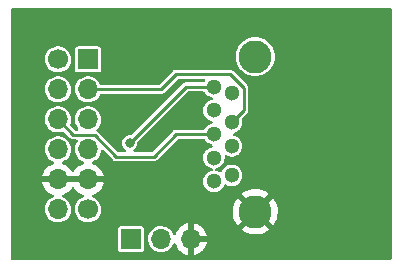
<source format=gbl>
%TF.GenerationSoftware,KiCad,Pcbnew,6.0.11-2627ca5db0~126~ubuntu22.04.1*%
%TF.CreationDate,2023-02-26T23:21:46+01:00*%
%TF.ProjectId,pmod,706d6f64-2e6b-4696-9361-645f70636258,0.7*%
%TF.SameCoordinates,Original*%
%TF.FileFunction,Copper,L2,Bot*%
%TF.FilePolarity,Positive*%
%FSLAX46Y46*%
G04 Gerber Fmt 4.6, Leading zero omitted, Abs format (unit mm)*
G04 Created by KiCad (PCBNEW 6.0.11-2627ca5db0~126~ubuntu22.04.1) date 2023-02-26 23:21:46*
%MOMM*%
%LPD*%
G01*
G04 APERTURE LIST*
%TA.AperFunction,ComponentPad*%
%ADD10R,1.700000X1.700000*%
%TD*%
%TA.AperFunction,ComponentPad*%
%ADD11O,1.700000X1.700000*%
%TD*%
%TA.AperFunction,ComponentPad*%
%ADD12C,1.700000*%
%TD*%
%TA.AperFunction,ComponentPad*%
%ADD13C,1.300000*%
%TD*%
%TA.AperFunction,ComponentPad*%
%ADD14C,2.800000*%
%TD*%
%TA.AperFunction,ViaPad*%
%ADD15C,0.800000*%
%TD*%
%TA.AperFunction,Conductor*%
%ADD16C,0.250000*%
%TD*%
G04 APERTURE END LIST*
D10*
%TO.P,J1,1,Pin_1*%
%TO.N,/D0*%
X143212400Y-68795480D03*
D11*
%TO.P,J1,2,Pin_2*%
%TO.N,/D1*%
X143212400Y-71335480D03*
%TO.P,J1,3,Pin_3*%
%TO.N,/D2*%
X143212400Y-73875480D03*
%TO.P,J1,4,Pin_4*%
%TO.N,/D3*%
X143212400Y-76415480D03*
%TO.P,J1,5,Pin_5*%
%TO.N,GND*%
X143212400Y-78955480D03*
D12*
%TO.P,J1,6,Pin_6*%
%TO.N,/3V3*%
X143212400Y-81495480D03*
%TO.P,J1,7,Pin_7*%
%TO.N,/D4*%
X140672400Y-68795480D03*
D11*
%TO.P,J1,8,Pin_8*%
%TO.N,/D5*%
X140672400Y-71335480D03*
%TO.P,J1,9,Pin_9*%
%TO.N,/D6*%
X140672400Y-73875480D03*
%TO.P,J1,10,Pin_10*%
%TO.N,/D7*%
X140672400Y-76415480D03*
%TO.P,J1,11,Pin_11*%
%TO.N,GND*%
X140672400Y-78955480D03*
%TO.P,J1,12,Pin_12*%
%TO.N,/3V3*%
X140672400Y-81495480D03*
%TD*%
D13*
%TO.P,J2,1,VBUS*%
%TO.N,/VBUS*%
X155383000Y-78615000D03*
%TO.P,J2,2,D-*%
%TO.N,/D5*%
X155383000Y-76115000D03*
%TO.P,J2,3,D+*%
%TO.N,/D1*%
X155383000Y-74115000D03*
%TO.P,J2,4,GND*%
%TO.N,GND*%
X155383000Y-71615000D03*
%TO.P,J2,5,SSRX-*%
%TO.N,/D3*%
X153883000Y-71115000D03*
%TO.P,J2,6,SSRX+*%
%TO.N,/D0*%
X153883000Y-73115000D03*
%TO.P,J2,7,DRAIN*%
%TO.N,/D6*%
X153883000Y-75115000D03*
%TO.P,J2,8,SSTX-*%
%TO.N,/D2*%
X153883000Y-77115000D03*
%TO.P,J2,9,SSTX+*%
%TO.N,/D7*%
X153883000Y-79115000D03*
D14*
%TO.P,J2,10,SHIELD*%
%TO.N,GND*%
X157383000Y-81685000D03*
%TO.P,J2,11*%
%TO.N,N/C*%
X157383000Y-68545000D03*
%TD*%
D10*
%TO.P,JP1,1,Pin_1*%
%TO.N,/3V3*%
X146870000Y-84005000D03*
D11*
%TO.P,JP1,2,Pin_2*%
%TO.N,/VBUS*%
X149410000Y-84005000D03*
%TO.P,JP1,3,Pin_3*%
%TO.N,GND*%
X151950000Y-84005000D03*
%TD*%
D15*
%TO.N,/D3*%
X146743000Y-75877000D03*
%TO.N,GND*%
X150807000Y-73845000D03*
%TD*%
D16*
%TO.N,/D1*%
X156408000Y-73090000D02*
X155383000Y-74115000D01*
X149379520Y-71335480D02*
X150680000Y-70035000D01*
X143212400Y-71335480D02*
X149379520Y-71335480D01*
X150680000Y-70035000D02*
X155252569Y-70035000D01*
X156408000Y-71190431D02*
X156408000Y-73090000D01*
X155252569Y-70035000D02*
X156408000Y-71190431D01*
%TO.N,/D3*%
X151505000Y-71115000D02*
X153883000Y-71115000D01*
X146679500Y-75940500D02*
X151505000Y-71115000D01*
%TO.N,/D6*%
X143770480Y-75190480D02*
X145600000Y-77020000D01*
X141987400Y-75190480D02*
X143770480Y-75190480D01*
X140672400Y-73875480D02*
X141987400Y-75190480D01*
X148775000Y-77020000D02*
X150680000Y-75115000D01*
X145600000Y-77020000D02*
X148775000Y-77020000D01*
X150680000Y-75115000D02*
X153883000Y-75115000D01*
%TD*%
%TA.AperFunction,Conductor*%
%TO.N,GND*%
G36*
X168881577Y-64463502D02*
G01*
X168928070Y-64517158D01*
X168939455Y-64569525D01*
X168936965Y-75261048D01*
X168934543Y-85660529D01*
X168914525Y-85728645D01*
X168860859Y-85775126D01*
X168808543Y-85786500D01*
X136832500Y-85786500D01*
X136764379Y-85766498D01*
X136717886Y-85712842D01*
X136706500Y-85660500D01*
X136706500Y-84879674D01*
X145769500Y-84879674D01*
X145784034Y-84952740D01*
X145839399Y-85035601D01*
X145922260Y-85090966D01*
X145995326Y-85105500D01*
X147744674Y-85105500D01*
X147817740Y-85090966D01*
X147900601Y-85035601D01*
X147955966Y-84952740D01*
X147970500Y-84879674D01*
X147970500Y-83976069D01*
X148305164Y-83976069D01*
X148318392Y-84177894D01*
X148368178Y-84373928D01*
X148452856Y-84557607D01*
X148456189Y-84562323D01*
X148555032Y-84702183D01*
X148569588Y-84722780D01*
X148714466Y-84863913D01*
X148719270Y-84867123D01*
X148786651Y-84912146D01*
X148882637Y-84976282D01*
X148887940Y-84978560D01*
X148887943Y-84978562D01*
X149051409Y-85048792D01*
X149068470Y-85056122D01*
X149265740Y-85100760D01*
X149271509Y-85100987D01*
X149271512Y-85100987D01*
X149347683Y-85103979D01*
X149467842Y-85108700D01*
X149554132Y-85096189D01*
X149662286Y-85080508D01*
X149662291Y-85080507D01*
X149668007Y-85079678D01*
X149673479Y-85077820D01*
X149673481Y-85077820D01*
X149854067Y-85016519D01*
X149854069Y-85016518D01*
X149859531Y-85014664D01*
X150036001Y-84915837D01*
X150098433Y-84863913D01*
X150187073Y-84790191D01*
X150191505Y-84786505D01*
X150320837Y-84631001D01*
X150419664Y-84454531D01*
X150423419Y-84443468D01*
X150464254Y-84385392D01*
X150530006Y-84358611D01*
X150599799Y-84371630D01*
X150651473Y-84420315D01*
X150659476Y-84436563D01*
X150731770Y-84614603D01*
X150736413Y-84623794D01*
X150847694Y-84805388D01*
X150853777Y-84813699D01*
X150993213Y-84974667D01*
X151000580Y-84981883D01*
X151164434Y-85117916D01*
X151172881Y-85123831D01*
X151356756Y-85231279D01*
X151366042Y-85235729D01*
X151565001Y-85311703D01*
X151574899Y-85314579D01*
X151678250Y-85335606D01*
X151692299Y-85334410D01*
X151696000Y-85324065D01*
X151696000Y-85323517D01*
X152204000Y-85323517D01*
X152208064Y-85337359D01*
X152221478Y-85339393D01*
X152228184Y-85338534D01*
X152238262Y-85336392D01*
X152442255Y-85275191D01*
X152451842Y-85271433D01*
X152643095Y-85177739D01*
X152651945Y-85172464D01*
X152825328Y-85048792D01*
X152833200Y-85042139D01*
X152984052Y-84891812D01*
X152990730Y-84883965D01*
X153115003Y-84711020D01*
X153120313Y-84702183D01*
X153214670Y-84511267D01*
X153218469Y-84501672D01*
X153280377Y-84297910D01*
X153282555Y-84287837D01*
X153283986Y-84276962D01*
X153281775Y-84262778D01*
X153268617Y-84259000D01*
X152222115Y-84259000D01*
X152206876Y-84263475D01*
X152205671Y-84264865D01*
X152204000Y-84272548D01*
X152204000Y-85323517D01*
X151696000Y-85323517D01*
X151696000Y-83732885D01*
X152204000Y-83732885D01*
X152208475Y-83748124D01*
X152209865Y-83749329D01*
X152217548Y-83751000D01*
X153268344Y-83751000D01*
X153281875Y-83747027D01*
X153283180Y-83737947D01*
X153241214Y-83570875D01*
X153237894Y-83561124D01*
X153152972Y-83365814D01*
X153148105Y-83356739D01*
X153048522Y-83202806D01*
X156230361Y-83202806D01*
X156237751Y-83213108D01*
X156279630Y-83247203D01*
X156286909Y-83252318D01*
X156510756Y-83387085D01*
X156518670Y-83391118D01*
X156759286Y-83493006D01*
X156767691Y-83495883D01*
X157020257Y-83562850D01*
X157028989Y-83564516D01*
X157288474Y-83595227D01*
X157297340Y-83595645D01*
X157558561Y-83589490D01*
X157567414Y-83588653D01*
X157825162Y-83545752D01*
X157833796Y-83543679D01*
X158082930Y-83464888D01*
X158091192Y-83461617D01*
X158326731Y-83348513D01*
X158334455Y-83344107D01*
X158528268Y-83214606D01*
X158536556Y-83204688D01*
X158529299Y-83190509D01*
X157395812Y-82057022D01*
X157381868Y-82049408D01*
X157380035Y-82049539D01*
X157373420Y-82053790D01*
X156237527Y-83189683D01*
X156230361Y-83202806D01*
X153048522Y-83202806D01*
X153032426Y-83177926D01*
X153026136Y-83169757D01*
X152882806Y-83012240D01*
X152875273Y-83005215D01*
X152708139Y-82873222D01*
X152699552Y-82867517D01*
X152513117Y-82764599D01*
X152503705Y-82760369D01*
X152302959Y-82689280D01*
X152292988Y-82686646D01*
X152221837Y-82673972D01*
X152208540Y-82675432D01*
X152204000Y-82689989D01*
X152204000Y-83732885D01*
X151696000Y-83732885D01*
X151696000Y-82688102D01*
X151692082Y-82674758D01*
X151677806Y-82672771D01*
X151639324Y-82678660D01*
X151629288Y-82681051D01*
X151426868Y-82747212D01*
X151417359Y-82751209D01*
X151228463Y-82849542D01*
X151219738Y-82855036D01*
X151049433Y-82982905D01*
X151041726Y-82989748D01*
X150894590Y-83143717D01*
X150888104Y-83151727D01*
X150768098Y-83327649D01*
X150763000Y-83336623D01*
X150673338Y-83529783D01*
X150669776Y-83539465D01*
X150663684Y-83561432D01*
X150626204Y-83621730D01*
X150562074Y-83652191D01*
X150491656Y-83643147D01*
X150437307Y-83597467D01*
X150429261Y-83583486D01*
X150428555Y-83582053D01*
X150352351Y-83427527D01*
X150334079Y-83403057D01*
X150234788Y-83270091D01*
X150234787Y-83270090D01*
X150231335Y-83265467D01*
X150227099Y-83261551D01*
X150087053Y-83132094D01*
X150087051Y-83132092D01*
X150082812Y-83128174D01*
X150055374Y-83110862D01*
X149916637Y-83023325D01*
X149911757Y-83020246D01*
X149723898Y-82945298D01*
X149525526Y-82905839D01*
X149519752Y-82905763D01*
X149519748Y-82905763D01*
X149417257Y-82904422D01*
X149323286Y-82903192D01*
X149317589Y-82904171D01*
X149317588Y-82904171D01*
X149129646Y-82936465D01*
X149129645Y-82936465D01*
X149123949Y-82937444D01*
X148934193Y-83007449D01*
X148760371Y-83110862D01*
X148608305Y-83244220D01*
X148483089Y-83403057D01*
X148388914Y-83582053D01*
X148328937Y-83775213D01*
X148305164Y-83976069D01*
X147970500Y-83976069D01*
X147970500Y-83130326D01*
X147955966Y-83057260D01*
X147900601Y-82974399D01*
X147817740Y-82919034D01*
X147744674Y-82904500D01*
X145995326Y-82904500D01*
X145922260Y-82919034D01*
X145839399Y-82974399D01*
X145784034Y-83057260D01*
X145769500Y-83130326D01*
X145769500Y-84879674D01*
X136706500Y-84879674D01*
X136706500Y-79223446D01*
X139340657Y-79223446D01*
X139370965Y-79357926D01*
X139374045Y-79367755D01*
X139454170Y-79565083D01*
X139458813Y-79574274D01*
X139570094Y-79755868D01*
X139576177Y-79764179D01*
X139715613Y-79925147D01*
X139722980Y-79932363D01*
X139886834Y-80068396D01*
X139895281Y-80074311D01*
X140079156Y-80181759D01*
X140088442Y-80186209D01*
X140243202Y-80245305D01*
X140299705Y-80288292D01*
X140323998Y-80355003D01*
X140308368Y-80424258D01*
X140257777Y-80474068D01*
X140241865Y-80481227D01*
X140202006Y-80495932D01*
X140196593Y-80497929D01*
X140022771Y-80601342D01*
X139870705Y-80734700D01*
X139745489Y-80893537D01*
X139651314Y-81072533D01*
X139591337Y-81265693D01*
X139567564Y-81466549D01*
X139580792Y-81668374D01*
X139630578Y-81864408D01*
X139715256Y-82048087D01*
X139721571Y-82057022D01*
X139791756Y-82156332D01*
X139831988Y-82213260D01*
X139976866Y-82354393D01*
X140145037Y-82466762D01*
X140150340Y-82469040D01*
X140150343Y-82469042D01*
X140238691Y-82506999D01*
X140330870Y-82546602D01*
X140528140Y-82591240D01*
X140533909Y-82591467D01*
X140533912Y-82591467D01*
X140610083Y-82594459D01*
X140730242Y-82599180D01*
X140835794Y-82583876D01*
X140924686Y-82570988D01*
X140924691Y-82570987D01*
X140930407Y-82570158D01*
X140935879Y-82568300D01*
X140935881Y-82568300D01*
X141116467Y-82506999D01*
X141116469Y-82506998D01*
X141121931Y-82505144D01*
X141244417Y-82436549D01*
X141293364Y-82409138D01*
X141293365Y-82409137D01*
X141298401Y-82406317D01*
X141360833Y-82354393D01*
X141449473Y-82280671D01*
X141453905Y-82276985D01*
X141583237Y-82121481D01*
X141682064Y-81945011D01*
X141747078Y-81753487D01*
X141747907Y-81747771D01*
X141747908Y-81747766D01*
X141775567Y-81556996D01*
X141776100Y-81553322D01*
X141777615Y-81495480D01*
X141759108Y-81294071D01*
X141704207Y-81099406D01*
X141614751Y-80918007D01*
X141602800Y-80902002D01*
X141497188Y-80760571D01*
X141497187Y-80760570D01*
X141493735Y-80755947D01*
X141470750Y-80734700D01*
X141349453Y-80622574D01*
X141349451Y-80622572D01*
X141345212Y-80618654D01*
X141317774Y-80601342D01*
X141179037Y-80513805D01*
X141174157Y-80510726D01*
X141097853Y-80480284D01*
X141041994Y-80436463D01*
X141018693Y-80369399D01*
X141035349Y-80300384D01*
X141086673Y-80251330D01*
X141108335Y-80242569D01*
X141164644Y-80225675D01*
X141174242Y-80221913D01*
X141365495Y-80128219D01*
X141374345Y-80122944D01*
X141547728Y-79999272D01*
X141555600Y-79992619D01*
X141706452Y-79842292D01*
X141713130Y-79834445D01*
X141840422Y-79657299D01*
X141841547Y-79658107D01*
X141889069Y-79614356D01*
X141959007Y-79602141D01*
X142024446Y-79629677D01*
X142052270Y-79661508D01*
X142110090Y-79755863D01*
X142116177Y-79764179D01*
X142255613Y-79925147D01*
X142262980Y-79932363D01*
X142426834Y-80068396D01*
X142435281Y-80074311D01*
X142619156Y-80181759D01*
X142628442Y-80186209D01*
X142783202Y-80245305D01*
X142839705Y-80288292D01*
X142863998Y-80355003D01*
X142848368Y-80424258D01*
X142797777Y-80474068D01*
X142781865Y-80481227D01*
X142742006Y-80495932D01*
X142736593Y-80497929D01*
X142562771Y-80601342D01*
X142410705Y-80734700D01*
X142285489Y-80893537D01*
X142191314Y-81072533D01*
X142131337Y-81265693D01*
X142107564Y-81466549D01*
X142120792Y-81668374D01*
X142170578Y-81864408D01*
X142255256Y-82048087D01*
X142261571Y-82057022D01*
X142331756Y-82156332D01*
X142371988Y-82213260D01*
X142516866Y-82354393D01*
X142685037Y-82466762D01*
X142690340Y-82469040D01*
X142690343Y-82469042D01*
X142778691Y-82506999D01*
X142870870Y-82546602D01*
X143068140Y-82591240D01*
X143073909Y-82591467D01*
X143073912Y-82591467D01*
X143150083Y-82594459D01*
X143270242Y-82599180D01*
X143375794Y-82583876D01*
X143464686Y-82570988D01*
X143464691Y-82570987D01*
X143470407Y-82570158D01*
X143475879Y-82568300D01*
X143475881Y-82568300D01*
X143656467Y-82506999D01*
X143656469Y-82506998D01*
X143661931Y-82505144D01*
X143784417Y-82436549D01*
X143833364Y-82409138D01*
X143833365Y-82409137D01*
X143838401Y-82406317D01*
X143900833Y-82354393D01*
X143989473Y-82280671D01*
X143993905Y-82276985D01*
X144123237Y-82121481D01*
X144222064Y-81945011D01*
X144287078Y-81753487D01*
X144287907Y-81747771D01*
X144287908Y-81747766D01*
X144305074Y-81629367D01*
X155471245Y-81629367D01*
X155481503Y-81890459D01*
X155482478Y-81899288D01*
X155529422Y-82156332D01*
X155531631Y-82164934D01*
X155614324Y-82412796D01*
X155617728Y-82421014D01*
X155734519Y-82654750D01*
X155739043Y-82662398D01*
X155854352Y-82829235D01*
X155864673Y-82837589D01*
X155878323Y-82830467D01*
X157010978Y-81697812D01*
X157017356Y-81686132D01*
X157747408Y-81686132D01*
X157747539Y-81687965D01*
X157751790Y-81694580D01*
X158888517Y-82831307D01*
X158901917Y-82838624D01*
X158911821Y-82831637D01*
X158927686Y-82812763D01*
X158932905Y-82805580D01*
X159071171Y-82583876D01*
X159075333Y-82576017D01*
X159180988Y-82337030D01*
X159183994Y-82328680D01*
X159254921Y-82077192D01*
X159256722Y-82068499D01*
X159291672Y-81808292D01*
X159292200Y-81801899D01*
X159295773Y-81688222D01*
X159295646Y-81681779D01*
X159277106Y-81419923D01*
X159275853Y-81411119D01*
X159220858Y-81155677D01*
X159218379Y-81147144D01*
X159127941Y-80902002D01*
X159124286Y-80893907D01*
X159000206Y-80663947D01*
X158995447Y-80656449D01*
X158910759Y-80541790D01*
X158899631Y-80533348D01*
X158887038Y-80540172D01*
X157755022Y-81672188D01*
X157747408Y-81686132D01*
X157017356Y-81686132D01*
X157018592Y-81683868D01*
X157018461Y-81682035D01*
X157014210Y-81675420D01*
X155878819Y-80540029D01*
X155865978Y-80533017D01*
X155855289Y-80540813D01*
X155803663Y-80606299D01*
X155798658Y-80613663D01*
X155667420Y-80839605D01*
X155663516Y-80847575D01*
X155565420Y-81089763D01*
X155562676Y-81098207D01*
X155499683Y-81351800D01*
X155498156Y-81360551D01*
X155471524Y-81620483D01*
X155471245Y-81629367D01*
X144305074Y-81629367D01*
X144315567Y-81556996D01*
X144316100Y-81553322D01*
X144317615Y-81495480D01*
X144299108Y-81294071D01*
X144244207Y-81099406D01*
X144154751Y-80918007D01*
X144142800Y-80902002D01*
X144037188Y-80760571D01*
X144037187Y-80760570D01*
X144033735Y-80755947D01*
X144010750Y-80734700D01*
X143889453Y-80622574D01*
X143889451Y-80622572D01*
X143885212Y-80618654D01*
X143857774Y-80601342D01*
X143719037Y-80513805D01*
X143714157Y-80510726D01*
X143637853Y-80480284D01*
X143581994Y-80436463D01*
X143558693Y-80369399D01*
X143575349Y-80300384D01*
X143626673Y-80251330D01*
X143648335Y-80242569D01*
X143704644Y-80225675D01*
X143714242Y-80221913D01*
X143824929Y-80167688D01*
X156231045Y-80167688D01*
X156238025Y-80180815D01*
X157370188Y-81312978D01*
X157384132Y-81320592D01*
X157385965Y-81320461D01*
X157392580Y-81316210D01*
X158527804Y-80180986D01*
X158534658Y-80168434D01*
X158526450Y-80157363D01*
X158436762Y-80088916D01*
X158429313Y-80084023D01*
X158201353Y-79956359D01*
X158193303Y-79952571D01*
X157949617Y-79858295D01*
X157941127Y-79855683D01*
X157686578Y-79796683D01*
X157677800Y-79795293D01*
X157417478Y-79772746D01*
X157408607Y-79772606D01*
X157147696Y-79786965D01*
X157138886Y-79788079D01*
X156882607Y-79839055D01*
X156874050Y-79841396D01*
X156627496Y-79927980D01*
X156619362Y-79931500D01*
X156387477Y-80051955D01*
X156379905Y-80056594D01*
X156239447Y-80156967D01*
X156231045Y-80167688D01*
X143824929Y-80167688D01*
X143905495Y-80128219D01*
X143914345Y-80122944D01*
X144087728Y-79999272D01*
X144095600Y-79992619D01*
X144246452Y-79842292D01*
X144253130Y-79834445D01*
X144377403Y-79661500D01*
X144382713Y-79652663D01*
X144477070Y-79461747D01*
X144480869Y-79452152D01*
X144542777Y-79248390D01*
X144544955Y-79238317D01*
X144546386Y-79227442D01*
X144544175Y-79213258D01*
X144531017Y-79209480D01*
X139355625Y-79209480D01*
X139342094Y-79213453D01*
X139340657Y-79223446D01*
X136706500Y-79223446D01*
X136706500Y-78689663D01*
X139336789Y-78689663D01*
X139338312Y-78698087D01*
X139350692Y-78701480D01*
X144530744Y-78701480D01*
X144544275Y-78697507D01*
X144545580Y-78688427D01*
X144503614Y-78521355D01*
X144500294Y-78511604D01*
X144415372Y-78316294D01*
X144410505Y-78307219D01*
X144294826Y-78128406D01*
X144288536Y-78120237D01*
X144145206Y-77962720D01*
X144137673Y-77955695D01*
X143970539Y-77823702D01*
X143961952Y-77817997D01*
X143775517Y-77715079D01*
X143766105Y-77710849D01*
X143645700Y-77668211D01*
X143588164Y-77626617D01*
X143562248Y-77560519D01*
X143576182Y-77490903D01*
X143625541Y-77439872D01*
X143647255Y-77430126D01*
X143651297Y-77428754D01*
X143656470Y-77426998D01*
X143656472Y-77426997D01*
X143661931Y-77425144D01*
X143838401Y-77326317D01*
X143900833Y-77274393D01*
X143989473Y-77200671D01*
X143993905Y-77196985D01*
X144123237Y-77041481D01*
X144222064Y-76865011D01*
X144260087Y-76753001D01*
X144285220Y-76678961D01*
X144285220Y-76678959D01*
X144287078Y-76673487D01*
X144287907Y-76667771D01*
X144287908Y-76667766D01*
X144301246Y-76575771D01*
X144306144Y-76541986D01*
X144335713Y-76477442D01*
X144395485Y-76439129D01*
X144466482Y-76439213D01*
X144519935Y-76470972D01*
X145296652Y-77247689D01*
X145311377Y-77265920D01*
X145312778Y-77267460D01*
X145318428Y-77276210D01*
X145326606Y-77282657D01*
X145344465Y-77296736D01*
X145348832Y-77300617D01*
X145348898Y-77300539D01*
X145352856Y-77303893D01*
X145356538Y-77307575D01*
X145360769Y-77310598D01*
X145360772Y-77310601D01*
X145364351Y-77313158D01*
X145372052Y-77318661D01*
X145376781Y-77322212D01*
X145416600Y-77353603D01*
X145425149Y-77356605D01*
X145432519Y-77361872D01*
X145465797Y-77371824D01*
X145481070Y-77376392D01*
X145486714Y-77378226D01*
X145527065Y-77392396D01*
X145527071Y-77392397D01*
X145534548Y-77395023D01*
X145540055Y-77395500D01*
X145542762Y-77395500D01*
X145545335Y-77395611D01*
X145545494Y-77395659D01*
X145545488Y-77395803D01*
X145546108Y-77395842D01*
X145552287Y-77397690D01*
X145605556Y-77395597D01*
X145610502Y-77395500D01*
X148721504Y-77395500D01*
X148744801Y-77397979D01*
X148746886Y-77398077D01*
X148757066Y-77400269D01*
X148789984Y-77396373D01*
X148795821Y-77396029D01*
X148795813Y-77395928D01*
X148800992Y-77395500D01*
X148806193Y-77395500D01*
X148811321Y-77394646D01*
X148811327Y-77394646D01*
X148824987Y-77392372D01*
X148830863Y-77391535D01*
X148835952Y-77390933D01*
X148881210Y-77385576D01*
X148889377Y-77381654D01*
X148898313Y-77380167D01*
X148907475Y-77375223D01*
X148907479Y-77375222D01*
X148942929Y-77356094D01*
X148948220Y-77353398D01*
X148986749Y-77334897D01*
X148986750Y-77334896D01*
X148993900Y-77331463D01*
X148998131Y-77327906D01*
X149000063Y-77325974D01*
X149001937Y-77324255D01*
X149002074Y-77324181D01*
X149002174Y-77324291D01*
X149002654Y-77323868D01*
X149008329Y-77320806D01*
X149017763Y-77310601D01*
X149044540Y-77281633D01*
X149047970Y-77278067D01*
X150798632Y-75527405D01*
X150860944Y-75493379D01*
X150887727Y-75490500D01*
X152987241Y-75490500D01*
X153055362Y-75510502D01*
X153096360Y-75553500D01*
X153103741Y-75566284D01*
X153150467Y-75647216D01*
X153154885Y-75652123D01*
X153154886Y-75652124D01*
X153245717Y-75753001D01*
X153277129Y-75787888D01*
X153282468Y-75791767D01*
X153405472Y-75881134D01*
X153430270Y-75899151D01*
X153603197Y-75976144D01*
X153656233Y-75987417D01*
X153676632Y-75991753D01*
X153739105Y-76025481D01*
X153773427Y-76087631D01*
X153768699Y-76158470D01*
X153726423Y-76215508D01*
X153676632Y-76238247D01*
X153603197Y-76253856D01*
X153430270Y-76330849D01*
X153277129Y-76442112D01*
X153272716Y-76447014D01*
X153272714Y-76447015D01*
X153154886Y-76577876D01*
X153150467Y-76582784D01*
X153147164Y-76588505D01*
X153116498Y-76641621D01*
X153055821Y-76746716D01*
X152997326Y-76926744D01*
X152996636Y-76933305D01*
X152996636Y-76933307D01*
X152978899Y-77102074D01*
X152977540Y-77115000D01*
X152978230Y-77121565D01*
X152994679Y-77278067D01*
X152997326Y-77303256D01*
X153055821Y-77483284D01*
X153059124Y-77489006D01*
X153059125Y-77489007D01*
X153131179Y-77613809D01*
X153150467Y-77647216D01*
X153154885Y-77652123D01*
X153154886Y-77652124D01*
X153248908Y-77756545D01*
X153277129Y-77787888D01*
X153430270Y-77899151D01*
X153603197Y-77976144D01*
X153671718Y-77990708D01*
X153676632Y-77991753D01*
X153739105Y-78025481D01*
X153773427Y-78087631D01*
X153768699Y-78158470D01*
X153726423Y-78215508D01*
X153676632Y-78238247D01*
X153603197Y-78253856D01*
X153430270Y-78330849D01*
X153424929Y-78334729D01*
X153424928Y-78334730D01*
X153382640Y-78365454D01*
X153277129Y-78442112D01*
X153272716Y-78447014D01*
X153272714Y-78447015D01*
X153234055Y-78489950D01*
X153150467Y-78582784D01*
X153147164Y-78588505D01*
X153088761Y-78689663D01*
X153055821Y-78746716D01*
X152997326Y-78926744D01*
X152996636Y-78933305D01*
X152996636Y-78933307D01*
X152990782Y-78989007D01*
X152977540Y-79115000D01*
X152978230Y-79121565D01*
X152987888Y-79213453D01*
X152997326Y-79303256D01*
X153055821Y-79483284D01*
X153150467Y-79647216D01*
X153154885Y-79652123D01*
X153154886Y-79652124D01*
X153163336Y-79661508D01*
X153277129Y-79787888D01*
X153430270Y-79899151D01*
X153603197Y-79976144D01*
X153701212Y-79996978D01*
X153781897Y-80014128D01*
X153781901Y-80014128D01*
X153788354Y-80015500D01*
X153977646Y-80015500D01*
X153984099Y-80014128D01*
X153984103Y-80014128D01*
X154064788Y-79996978D01*
X154162803Y-79976144D01*
X154335730Y-79899151D01*
X154488871Y-79787888D01*
X154602665Y-79661508D01*
X154611114Y-79652124D01*
X154611115Y-79652123D01*
X154615533Y-79647216D01*
X154710179Y-79483284D01*
X154720737Y-79450790D01*
X154760810Y-79392184D01*
X154826206Y-79364546D01*
X154896163Y-79376652D01*
X154914629Y-79387788D01*
X154924925Y-79395268D01*
X154930270Y-79399151D01*
X155103197Y-79476144D01*
X155201212Y-79496978D01*
X155281897Y-79514128D01*
X155281901Y-79514128D01*
X155288354Y-79515500D01*
X155477646Y-79515500D01*
X155484099Y-79514128D01*
X155484103Y-79514128D01*
X155564788Y-79496978D01*
X155662803Y-79476144D01*
X155835730Y-79399151D01*
X155845320Y-79392184D01*
X155983532Y-79291767D01*
X155988871Y-79287888D01*
X156024436Y-79248390D01*
X156111114Y-79152124D01*
X156111115Y-79152123D01*
X156115533Y-79147216D01*
X156210179Y-78983284D01*
X156268674Y-78803256D01*
X156274617Y-78746716D01*
X156287770Y-78621565D01*
X156288460Y-78615000D01*
X156268674Y-78426744D01*
X156210179Y-78246716D01*
X156205290Y-78238247D01*
X156118836Y-78088505D01*
X156115533Y-78082784D01*
X156054950Y-78015500D01*
X155993286Y-77947015D01*
X155993284Y-77947014D01*
X155988871Y-77942112D01*
X155835730Y-77830849D01*
X155662803Y-77753856D01*
X155564788Y-77733022D01*
X155484103Y-77715872D01*
X155484099Y-77715872D01*
X155477646Y-77714500D01*
X155288354Y-77714500D01*
X155281901Y-77715872D01*
X155281897Y-77715872D01*
X155201212Y-77733022D01*
X155103197Y-77753856D01*
X154930270Y-77830849D01*
X154777129Y-77942112D01*
X154772716Y-77947014D01*
X154772714Y-77947015D01*
X154711050Y-78015500D01*
X154650467Y-78082784D01*
X154647164Y-78088505D01*
X154560711Y-78238247D01*
X154555821Y-78246716D01*
X154553779Y-78253001D01*
X154553778Y-78253003D01*
X154545263Y-78279210D01*
X154505190Y-78337816D01*
X154439794Y-78365454D01*
X154369837Y-78353348D01*
X154351371Y-78342212D01*
X154341075Y-78334732D01*
X154341072Y-78334730D01*
X154335730Y-78330849D01*
X154162803Y-78253856D01*
X154089368Y-78238247D01*
X154026895Y-78204519D01*
X153992573Y-78142369D01*
X153997301Y-78071530D01*
X154039577Y-78014492D01*
X154089368Y-77991753D01*
X154094282Y-77990708D01*
X154162803Y-77976144D01*
X154335730Y-77899151D01*
X154488871Y-77787888D01*
X154517093Y-77756545D01*
X154611114Y-77652124D01*
X154611115Y-77652123D01*
X154615533Y-77647216D01*
X154634821Y-77613809D01*
X154706875Y-77489007D01*
X154706876Y-77489006D01*
X154710179Y-77483284D01*
X154768674Y-77303256D01*
X154771322Y-77278067D01*
X154787770Y-77121565D01*
X154788460Y-77115000D01*
X154780510Y-77039359D01*
X154793282Y-76969521D01*
X154841784Y-76917674D01*
X154910617Y-76900280D01*
X154957065Y-76911081D01*
X155103197Y-76976144D01*
X155201212Y-76996978D01*
X155281897Y-77014128D01*
X155281901Y-77014128D01*
X155288354Y-77015500D01*
X155477646Y-77015500D01*
X155484099Y-77014128D01*
X155484103Y-77014128D01*
X155564788Y-76996978D01*
X155662803Y-76976144D01*
X155835730Y-76899151D01*
X155890241Y-76859547D01*
X155983532Y-76791767D01*
X155988871Y-76787888D01*
X155997049Y-76778806D01*
X156111114Y-76652124D01*
X156111115Y-76652123D01*
X156115533Y-76647216D01*
X156156782Y-76575771D01*
X156206875Y-76489007D01*
X156206876Y-76489006D01*
X156210179Y-76483284D01*
X156268674Y-76303256D01*
X156273584Y-76256545D01*
X156287770Y-76121565D01*
X156288460Y-76115000D01*
X156279922Y-76033765D01*
X156269364Y-75933307D01*
X156269364Y-75933305D01*
X156268674Y-75926744D01*
X156210179Y-75746716D01*
X156115533Y-75582784D01*
X156111114Y-75577876D01*
X155993286Y-75447015D01*
X155993284Y-75447014D01*
X155988871Y-75442112D01*
X155859232Y-75347924D01*
X155841072Y-75334730D01*
X155841071Y-75334729D01*
X155835730Y-75330849D01*
X155662803Y-75253856D01*
X155589368Y-75238247D01*
X155526895Y-75204519D01*
X155492573Y-75142369D01*
X155497301Y-75071530D01*
X155539577Y-75014492D01*
X155589368Y-74991753D01*
X155594282Y-74990708D01*
X155662803Y-74976144D01*
X155835730Y-74899151D01*
X155848191Y-74890098D01*
X155983532Y-74791767D01*
X155988871Y-74787888D01*
X156014183Y-74759777D01*
X156111114Y-74652124D01*
X156111115Y-74652123D01*
X156115533Y-74647216D01*
X156210179Y-74483284D01*
X156268674Y-74303256D01*
X156273584Y-74256545D01*
X156287770Y-74121565D01*
X156288460Y-74115000D01*
X156280510Y-74039359D01*
X156269364Y-73933307D01*
X156269364Y-73933305D01*
X156268674Y-73926744D01*
X156251731Y-73874599D01*
X156249703Y-73803632D01*
X156282469Y-73746568D01*
X156635689Y-73393348D01*
X156653920Y-73378623D01*
X156655460Y-73377222D01*
X156664210Y-73371572D01*
X156684736Y-73345535D01*
X156688617Y-73341168D01*
X156688539Y-73341102D01*
X156691893Y-73337144D01*
X156695575Y-73333462D01*
X156706661Y-73317948D01*
X156710217Y-73313212D01*
X156718066Y-73303256D01*
X156741603Y-73273400D01*
X156744605Y-73264851D01*
X156749872Y-73257481D01*
X156764396Y-73208917D01*
X156766231Y-73203270D01*
X156780395Y-73162936D01*
X156780395Y-73162935D01*
X156783023Y-73155452D01*
X156783500Y-73149945D01*
X156783500Y-73147238D01*
X156783611Y-73144668D01*
X156783659Y-73144506D01*
X156783804Y-73144512D01*
X156783843Y-73143892D01*
X156785691Y-73137713D01*
X156783597Y-73084419D01*
X156783500Y-73079473D01*
X156783500Y-71243928D01*
X156785979Y-71220640D01*
X156786078Y-71218542D01*
X156788269Y-71208365D01*
X156784373Y-71175447D01*
X156784029Y-71169610D01*
X156783928Y-71169618D01*
X156783500Y-71164439D01*
X156783500Y-71159238D01*
X156780372Y-71140444D01*
X156779535Y-71134568D01*
X156774800Y-71094564D01*
X156773576Y-71084221D01*
X156769654Y-71076054D01*
X156768167Y-71067118D01*
X156763223Y-71057956D01*
X156763222Y-71057952D01*
X156744094Y-71022502D01*
X156741398Y-71017211D01*
X156722897Y-70978682D01*
X156722896Y-70978681D01*
X156719463Y-70971531D01*
X156715906Y-70967300D01*
X156713974Y-70965368D01*
X156712255Y-70963494D01*
X156712181Y-70963357D01*
X156712291Y-70963257D01*
X156711868Y-70962777D01*
X156708806Y-70957102D01*
X156669632Y-70920890D01*
X156666067Y-70917461D01*
X155555917Y-69807311D01*
X155541192Y-69789080D01*
X155539791Y-69787540D01*
X155534141Y-69778790D01*
X155508104Y-69758264D01*
X155503737Y-69754383D01*
X155503671Y-69754461D01*
X155499713Y-69751107D01*
X155496031Y-69747425D01*
X155491800Y-69744402D01*
X155491797Y-69744399D01*
X155486978Y-69740956D01*
X155480517Y-69736339D01*
X155475781Y-69732783D01*
X155435969Y-69701397D01*
X155427420Y-69698395D01*
X155420050Y-69693128D01*
X155386772Y-69683176D01*
X155371499Y-69678608D01*
X155365855Y-69676774D01*
X155325504Y-69662604D01*
X155325498Y-69662603D01*
X155318021Y-69659977D01*
X155312514Y-69659500D01*
X155309807Y-69659500D01*
X155307234Y-69659389D01*
X155307075Y-69659341D01*
X155307081Y-69659197D01*
X155306461Y-69659158D01*
X155300282Y-69657310D01*
X155247014Y-69659403D01*
X155242067Y-69659500D01*
X150733496Y-69659500D01*
X150710208Y-69657021D01*
X150708110Y-69656922D01*
X150697933Y-69654731D01*
X150666037Y-69658506D01*
X150665015Y-69658627D01*
X150659179Y-69658971D01*
X150659187Y-69659072D01*
X150654008Y-69659500D01*
X150648807Y-69659500D01*
X150643677Y-69660354D01*
X150643675Y-69660354D01*
X150630008Y-69662629D01*
X150624131Y-69663466D01*
X150573790Y-69669424D01*
X150565623Y-69673346D01*
X150556687Y-69674833D01*
X150547525Y-69679777D01*
X150547521Y-69679778D01*
X150512071Y-69698906D01*
X150506780Y-69701602D01*
X150470763Y-69718897D01*
X150461100Y-69723537D01*
X150456869Y-69727094D01*
X150454937Y-69729026D01*
X150453063Y-69730745D01*
X150452926Y-69730819D01*
X150452826Y-69730709D01*
X150452346Y-69731132D01*
X150446671Y-69734194D01*
X150439602Y-69741841D01*
X150439601Y-69741842D01*
X150410460Y-69773367D01*
X150407030Y-69776933D01*
X149260888Y-70923075D01*
X149198576Y-70957101D01*
X149171793Y-70959980D01*
X144332705Y-70959980D01*
X144264584Y-70939978D01*
X144219699Y-70889709D01*
X144154751Y-70758007D01*
X144151271Y-70753346D01*
X144037188Y-70600571D01*
X144037187Y-70600570D01*
X144033735Y-70595947D01*
X144029499Y-70592031D01*
X143889453Y-70462574D01*
X143889451Y-70462572D01*
X143885212Y-70458654D01*
X143880329Y-70455573D01*
X143719037Y-70353805D01*
X143714157Y-70350726D01*
X143526298Y-70275778D01*
X143327926Y-70236319D01*
X143322152Y-70236243D01*
X143322148Y-70236243D01*
X143219657Y-70234902D01*
X143125686Y-70233672D01*
X143119989Y-70234651D01*
X143119988Y-70234651D01*
X142932046Y-70266945D01*
X142932045Y-70266945D01*
X142926349Y-70267924D01*
X142736593Y-70337929D01*
X142731632Y-70340881D01*
X142731631Y-70340881D01*
X142609773Y-70413379D01*
X142562771Y-70441342D01*
X142410705Y-70574700D01*
X142285489Y-70733537D01*
X142191314Y-70912533D01*
X142131337Y-71105693D01*
X142107564Y-71306549D01*
X142120792Y-71508374D01*
X142140955Y-71587766D01*
X142168731Y-71697134D01*
X142170578Y-71704408D01*
X142255256Y-71888087D01*
X142371988Y-72053260D01*
X142516866Y-72194393D01*
X142685037Y-72306762D01*
X142690340Y-72309040D01*
X142690343Y-72309042D01*
X142778691Y-72346999D01*
X142870870Y-72386602D01*
X143068140Y-72431240D01*
X143073909Y-72431467D01*
X143073912Y-72431467D01*
X143150083Y-72434459D01*
X143270242Y-72439180D01*
X143356532Y-72426669D01*
X143464686Y-72410988D01*
X143464691Y-72410987D01*
X143470407Y-72410158D01*
X143475879Y-72408300D01*
X143475881Y-72408300D01*
X143656467Y-72346999D01*
X143656469Y-72346998D01*
X143661931Y-72345144D01*
X143784417Y-72276549D01*
X143833364Y-72249138D01*
X143833365Y-72249137D01*
X143838401Y-72246317D01*
X143900833Y-72194393D01*
X143989473Y-72120671D01*
X143993905Y-72116985D01*
X144123237Y-71961481D01*
X144222064Y-71785011D01*
X144222255Y-71784449D01*
X144267147Y-71731635D01*
X144336272Y-71710980D01*
X149326024Y-71710980D01*
X149349321Y-71713459D01*
X149351406Y-71713557D01*
X149361586Y-71715749D01*
X149394504Y-71711853D01*
X149400341Y-71711509D01*
X149400333Y-71711408D01*
X149405512Y-71710980D01*
X149410713Y-71710980D01*
X149415841Y-71710126D01*
X149415847Y-71710126D01*
X149429507Y-71707852D01*
X149435383Y-71707015D01*
X149440472Y-71706413D01*
X149485730Y-71701056D01*
X149493897Y-71697134D01*
X149502833Y-71695647D01*
X149511995Y-71690703D01*
X149511999Y-71690702D01*
X149547449Y-71671574D01*
X149552740Y-71668878D01*
X149591269Y-71650377D01*
X149591270Y-71650376D01*
X149598420Y-71646943D01*
X149602651Y-71643386D01*
X149604583Y-71641454D01*
X149606457Y-71639735D01*
X149606594Y-71639661D01*
X149606694Y-71639771D01*
X149607174Y-71639348D01*
X149612849Y-71636286D01*
X149649061Y-71597112D01*
X149652490Y-71593547D01*
X150798632Y-70447405D01*
X150860944Y-70413379D01*
X150887727Y-70410500D01*
X153031697Y-70410500D01*
X153099818Y-70430502D01*
X153146311Y-70484158D01*
X153156415Y-70554432D01*
X153140816Y-70599500D01*
X153096360Y-70676500D01*
X153044978Y-70725493D01*
X152987241Y-70739500D01*
X151558501Y-70739500D01*
X151535187Y-70737019D01*
X151533112Y-70736921D01*
X151522934Y-70734730D01*
X151490231Y-70738601D01*
X151490008Y-70738627D01*
X151484178Y-70738971D01*
X151484186Y-70739072D01*
X151479007Y-70739500D01*
X151473807Y-70739500D01*
X151468681Y-70740353D01*
X151468672Y-70740354D01*
X151455023Y-70742626D01*
X151449147Y-70743463D01*
X151437632Y-70744826D01*
X151398791Y-70749423D01*
X151390622Y-70753346D01*
X151381687Y-70754833D01*
X151372524Y-70759777D01*
X151337079Y-70778902D01*
X151331790Y-70781597D01*
X151293241Y-70800108D01*
X151293239Y-70800109D01*
X151286101Y-70803537D01*
X151281869Y-70807094D01*
X151279927Y-70809036D01*
X151278064Y-70810745D01*
X151277917Y-70810824D01*
X151277818Y-70810716D01*
X151277346Y-70811132D01*
X151271671Y-70814194D01*
X151264602Y-70821841D01*
X151264601Y-70821842D01*
X151235460Y-70853367D01*
X151232030Y-70856933D01*
X146899060Y-75189903D01*
X146836748Y-75223929D01*
X146809306Y-75226806D01*
X146750866Y-75226500D01*
X146667684Y-75226065D01*
X146660305Y-75227837D01*
X146660301Y-75227837D01*
X146521967Y-75261048D01*
X146521963Y-75261049D01*
X146514588Y-75262820D01*
X146507843Y-75266301D01*
X146507844Y-75266301D01*
X146387988Y-75328163D01*
X146374679Y-75335032D01*
X146368957Y-75340024D01*
X146368955Y-75340025D01*
X146261759Y-75433538D01*
X146261756Y-75433541D01*
X146256034Y-75438533D01*
X146233148Y-75471097D01*
X146175234Y-75553500D01*
X146165501Y-75567348D01*
X146108309Y-75714039D01*
X146104007Y-75746716D01*
X146093432Y-75827043D01*
X146087758Y-75870138D01*
X146105035Y-76026633D01*
X146159143Y-76174490D01*
X146163380Y-76180796D01*
X146163382Y-76180799D01*
X146186706Y-76215508D01*
X146246958Y-76305172D01*
X146363410Y-76411135D01*
X146370083Y-76414758D01*
X146371539Y-76415793D01*
X146415480Y-76471558D01*
X146422297Y-76542226D01*
X146389825Y-76605362D01*
X146328375Y-76640920D01*
X146298551Y-76644500D01*
X145807727Y-76644500D01*
X145739606Y-76624498D01*
X145718632Y-76607595D01*
X144073828Y-74962791D01*
X144059103Y-74944560D01*
X144057702Y-74943020D01*
X144052052Y-74934270D01*
X144026015Y-74913744D01*
X144021648Y-74909863D01*
X144021582Y-74909941D01*
X144017624Y-74906587D01*
X144013942Y-74902905D01*
X144009711Y-74899882D01*
X144009708Y-74899879D01*
X144004889Y-74896436D01*
X143998428Y-74891819D01*
X143993691Y-74888262D01*
X143973231Y-74872132D01*
X143932119Y-74814251D01*
X143928827Y-74743330D01*
X143964399Y-74681888D01*
X143970670Y-74676310D01*
X143989468Y-74660676D01*
X143989473Y-74660671D01*
X143993905Y-74656985D01*
X144123237Y-74501481D01*
X144136948Y-74476999D01*
X144211619Y-74343662D01*
X144222064Y-74325011D01*
X144224133Y-74318918D01*
X144285220Y-74138961D01*
X144285220Y-74138959D01*
X144287078Y-74133487D01*
X144287907Y-74127771D01*
X144287908Y-74127766D01*
X144315567Y-73936996D01*
X144316100Y-73933322D01*
X144317615Y-73875480D01*
X144299108Y-73674071D01*
X144244207Y-73479406D01*
X144154751Y-73298007D01*
X144136479Y-73273537D01*
X144037188Y-73140571D01*
X144037187Y-73140570D01*
X144033735Y-73135947D01*
X144029499Y-73132031D01*
X143889453Y-73002574D01*
X143889451Y-73002572D01*
X143885212Y-72998654D01*
X143857774Y-72981342D01*
X143719037Y-72893805D01*
X143714157Y-72890726D01*
X143526298Y-72815778D01*
X143327926Y-72776319D01*
X143322152Y-72776243D01*
X143322148Y-72776243D01*
X143219657Y-72774902D01*
X143125686Y-72773672D01*
X143119989Y-72774651D01*
X143119988Y-72774651D01*
X142932046Y-72806945D01*
X142932045Y-72806945D01*
X142926349Y-72807924D01*
X142736593Y-72877929D01*
X142731632Y-72880881D01*
X142731631Y-72880881D01*
X142641568Y-72934463D01*
X142562771Y-72981342D01*
X142410705Y-73114700D01*
X142285489Y-73273537D01*
X142191314Y-73452533D01*
X142131337Y-73645693D01*
X142107564Y-73846549D01*
X142120792Y-74048374D01*
X142137713Y-74115000D01*
X142160448Y-74204519D01*
X142170578Y-74244408D01*
X142255256Y-74428087D01*
X142265168Y-74442112D01*
X142368628Y-74588505D01*
X142371988Y-74593260D01*
X142377601Y-74598728D01*
X142378080Y-74599577D01*
X142379877Y-74601682D01*
X142379464Y-74602035D01*
X142412437Y-74660588D01*
X142408300Y-74731463D01*
X142366501Y-74788851D01*
X142300311Y-74814531D01*
X142289678Y-74814980D01*
X142195127Y-74814980D01*
X142127006Y-74794978D01*
X142106032Y-74778075D01*
X141730094Y-74402137D01*
X141696068Y-74339825D01*
X141699876Y-74272541D01*
X141745219Y-74138965D01*
X141745220Y-74138960D01*
X141747078Y-74133487D01*
X141747907Y-74127771D01*
X141747908Y-74127766D01*
X141775567Y-73936996D01*
X141776100Y-73933322D01*
X141777615Y-73875480D01*
X141759108Y-73674071D01*
X141704207Y-73479406D01*
X141614751Y-73298007D01*
X141596479Y-73273537D01*
X141497188Y-73140571D01*
X141497187Y-73140570D01*
X141493735Y-73135947D01*
X141489499Y-73132031D01*
X141349453Y-73002574D01*
X141349451Y-73002572D01*
X141345212Y-72998654D01*
X141317774Y-72981342D01*
X141179037Y-72893805D01*
X141174157Y-72890726D01*
X140986298Y-72815778D01*
X140787926Y-72776319D01*
X140782152Y-72776243D01*
X140782148Y-72776243D01*
X140679657Y-72774902D01*
X140585686Y-72773672D01*
X140579989Y-72774651D01*
X140579988Y-72774651D01*
X140392046Y-72806945D01*
X140392045Y-72806945D01*
X140386349Y-72807924D01*
X140196593Y-72877929D01*
X140191632Y-72880881D01*
X140191631Y-72880881D01*
X140101568Y-72934463D01*
X140022771Y-72981342D01*
X139870705Y-73114700D01*
X139745489Y-73273537D01*
X139651314Y-73452533D01*
X139591337Y-73645693D01*
X139567564Y-73846549D01*
X139580792Y-74048374D01*
X139597713Y-74115000D01*
X139620448Y-74204519D01*
X139630578Y-74244408D01*
X139715256Y-74428087D01*
X139725168Y-74442112D01*
X139828628Y-74588505D01*
X139831988Y-74593260D01*
X139976866Y-74734393D01*
X139981670Y-74737603D01*
X139999361Y-74749424D01*
X140145037Y-74846762D01*
X140150340Y-74849040D01*
X140150343Y-74849042D01*
X140291909Y-74909863D01*
X140330870Y-74926602D01*
X140528140Y-74971240D01*
X140533909Y-74971467D01*
X140533912Y-74971467D01*
X140610083Y-74974459D01*
X140730242Y-74979180D01*
X140816532Y-74966669D01*
X140924686Y-74950988D01*
X140924691Y-74950987D01*
X140930407Y-74950158D01*
X140935880Y-74948300D01*
X140935885Y-74948299D01*
X141069461Y-74902956D01*
X141140396Y-74900000D01*
X141199057Y-74933174D01*
X141684052Y-75418169D01*
X141698777Y-75436400D01*
X141700178Y-75437940D01*
X141705828Y-75446690D01*
X141714006Y-75453137D01*
X141731865Y-75467216D01*
X141736232Y-75471097D01*
X141736298Y-75471019D01*
X141740256Y-75474373D01*
X141743938Y-75478055D01*
X141748169Y-75481078D01*
X141748172Y-75481081D01*
X141751255Y-75483284D01*
X141759452Y-75489141D01*
X141764181Y-75492692D01*
X141804000Y-75524083D01*
X141812549Y-75527085D01*
X141819919Y-75532352D01*
X141829900Y-75535337D01*
X141868483Y-75546876D01*
X141874130Y-75548711D01*
X141914464Y-75562875D01*
X141914465Y-75562875D01*
X141921948Y-75565503D01*
X141927455Y-75565980D01*
X141930162Y-75565980D01*
X141932732Y-75566091D01*
X141932894Y-75566139D01*
X141932888Y-75566284D01*
X141933508Y-75566323D01*
X141939687Y-75568171D01*
X141992981Y-75566077D01*
X141997927Y-75565980D01*
X142220872Y-75565980D01*
X142288993Y-75585982D01*
X142335486Y-75639638D01*
X142345590Y-75709912D01*
X142319824Y-75769983D01*
X142285489Y-75813537D01*
X142191314Y-75992533D01*
X142131337Y-76185693D01*
X142107564Y-76386549D01*
X142120792Y-76588374D01*
X142129966Y-76624498D01*
X142162602Y-76753001D01*
X142170578Y-76784408D01*
X142255256Y-76968087D01*
X142258589Y-76972803D01*
X142354444Y-77108435D01*
X142371988Y-77133260D01*
X142516866Y-77274393D01*
X142521670Y-77277603D01*
X142588439Y-77322217D01*
X142685037Y-77386762D01*
X142690340Y-77389040D01*
X142690343Y-77389042D01*
X142791109Y-77432334D01*
X142845802Y-77477602D01*
X142867339Y-77545253D01*
X142848882Y-77613809D01*
X142796291Y-77661503D01*
X142780516Y-77667867D01*
X142689268Y-77697692D01*
X142679759Y-77701689D01*
X142490863Y-77800022D01*
X142482138Y-77805516D01*
X142311833Y-77933385D01*
X142304126Y-77940228D01*
X142156990Y-78094197D01*
X142150504Y-78102207D01*
X142045593Y-78256001D01*
X141990682Y-78301004D01*
X141920157Y-78309175D01*
X141856410Y-78277921D01*
X141835713Y-78253437D01*
X141754827Y-78128406D01*
X141748536Y-78120237D01*
X141605206Y-77962720D01*
X141597673Y-77955695D01*
X141430539Y-77823702D01*
X141421952Y-77817997D01*
X141235517Y-77715079D01*
X141226105Y-77710849D01*
X141105700Y-77668211D01*
X141048164Y-77626617D01*
X141022248Y-77560519D01*
X141036182Y-77490903D01*
X141085541Y-77439872D01*
X141107255Y-77430126D01*
X141111297Y-77428754D01*
X141116470Y-77426998D01*
X141116472Y-77426997D01*
X141121931Y-77425144D01*
X141298401Y-77326317D01*
X141360833Y-77274393D01*
X141449473Y-77200671D01*
X141453905Y-77196985D01*
X141583237Y-77041481D01*
X141682064Y-76865011D01*
X141720087Y-76753001D01*
X141745220Y-76678961D01*
X141745220Y-76678959D01*
X141747078Y-76673487D01*
X141747907Y-76667771D01*
X141747908Y-76667766D01*
X141768431Y-76526215D01*
X141776100Y-76473322D01*
X141777615Y-76415480D01*
X141759108Y-76214071D01*
X141749725Y-76180799D01*
X141709753Y-76039072D01*
X141704207Y-76019406D01*
X141614751Y-75838007D01*
X141596479Y-75813537D01*
X141497188Y-75680571D01*
X141497187Y-75680570D01*
X141493735Y-75675947D01*
X141470241Y-75654229D01*
X141349453Y-75542574D01*
X141349451Y-75542572D01*
X141345212Y-75538654D01*
X141335224Y-75532352D01*
X141179037Y-75433805D01*
X141174157Y-75430726D01*
X140986298Y-75355778D01*
X140787926Y-75316319D01*
X140782152Y-75316243D01*
X140782148Y-75316243D01*
X140679657Y-75314902D01*
X140585686Y-75313672D01*
X140579989Y-75314651D01*
X140579988Y-75314651D01*
X140392046Y-75346945D01*
X140392045Y-75346945D01*
X140386349Y-75347924D01*
X140196593Y-75417929D01*
X140191632Y-75420881D01*
X140191631Y-75420881D01*
X140069773Y-75493379D01*
X140022771Y-75521342D01*
X139870705Y-75654700D01*
X139745489Y-75813537D01*
X139651314Y-75992533D01*
X139591337Y-76185693D01*
X139567564Y-76386549D01*
X139580792Y-76588374D01*
X139589966Y-76624498D01*
X139622602Y-76753001D01*
X139630578Y-76784408D01*
X139715256Y-76968087D01*
X139718589Y-76972803D01*
X139814444Y-77108435D01*
X139831988Y-77133260D01*
X139976866Y-77274393D01*
X139981670Y-77277603D01*
X140048439Y-77322217D01*
X140145037Y-77386762D01*
X140150340Y-77389040D01*
X140150343Y-77389042D01*
X140251109Y-77432334D01*
X140305802Y-77477602D01*
X140327339Y-77545253D01*
X140308882Y-77613809D01*
X140256291Y-77661503D01*
X140240516Y-77667867D01*
X140149268Y-77697692D01*
X140139759Y-77701689D01*
X139950863Y-77800022D01*
X139942138Y-77805516D01*
X139771833Y-77933385D01*
X139764126Y-77940228D01*
X139616990Y-78094197D01*
X139610504Y-78102207D01*
X139490498Y-78278129D01*
X139485400Y-78287103D01*
X139395738Y-78480263D01*
X139392175Y-78489950D01*
X139336789Y-78689663D01*
X136706500Y-78689663D01*
X136706500Y-71306549D01*
X139567564Y-71306549D01*
X139580792Y-71508374D01*
X139600955Y-71587766D01*
X139628731Y-71697134D01*
X139630578Y-71704408D01*
X139715256Y-71888087D01*
X139831988Y-72053260D01*
X139976866Y-72194393D01*
X140145037Y-72306762D01*
X140150340Y-72309040D01*
X140150343Y-72309042D01*
X140238691Y-72346999D01*
X140330870Y-72386602D01*
X140528140Y-72431240D01*
X140533909Y-72431467D01*
X140533912Y-72431467D01*
X140610083Y-72434459D01*
X140730242Y-72439180D01*
X140816532Y-72426669D01*
X140924686Y-72410988D01*
X140924691Y-72410987D01*
X140930407Y-72410158D01*
X140935879Y-72408300D01*
X140935881Y-72408300D01*
X141116467Y-72346999D01*
X141116469Y-72346998D01*
X141121931Y-72345144D01*
X141244417Y-72276549D01*
X141293364Y-72249138D01*
X141293365Y-72249137D01*
X141298401Y-72246317D01*
X141360833Y-72194393D01*
X141449473Y-72120671D01*
X141453905Y-72116985D01*
X141583237Y-71961481D01*
X141682064Y-71785011D01*
X141705576Y-71715749D01*
X141745220Y-71598961D01*
X141745220Y-71598959D01*
X141747078Y-71593487D01*
X141747907Y-71587771D01*
X141747908Y-71587766D01*
X141775567Y-71396996D01*
X141776100Y-71393322D01*
X141777615Y-71335480D01*
X141759108Y-71134071D01*
X141753730Y-71115000D01*
X141710969Y-70963383D01*
X141704207Y-70939406D01*
X141614751Y-70758007D01*
X141611271Y-70753346D01*
X141497188Y-70600571D01*
X141497187Y-70600570D01*
X141493735Y-70595947D01*
X141489499Y-70592031D01*
X141349453Y-70462574D01*
X141349451Y-70462572D01*
X141345212Y-70458654D01*
X141340329Y-70455573D01*
X141179037Y-70353805D01*
X141174157Y-70350726D01*
X140986298Y-70275778D01*
X140787926Y-70236319D01*
X140782152Y-70236243D01*
X140782148Y-70236243D01*
X140679657Y-70234902D01*
X140585686Y-70233672D01*
X140579989Y-70234651D01*
X140579988Y-70234651D01*
X140392046Y-70266945D01*
X140392045Y-70266945D01*
X140386349Y-70267924D01*
X140196593Y-70337929D01*
X140191632Y-70340881D01*
X140191631Y-70340881D01*
X140069773Y-70413379D01*
X140022771Y-70441342D01*
X139870705Y-70574700D01*
X139745489Y-70733537D01*
X139651314Y-70912533D01*
X139591337Y-71105693D01*
X139567564Y-71306549D01*
X136706500Y-71306549D01*
X136706500Y-68766549D01*
X139567564Y-68766549D01*
X139580792Y-68968374D01*
X139630578Y-69164408D01*
X139715256Y-69348087D01*
X139831988Y-69513260D01*
X139976866Y-69654393D01*
X139981670Y-69657603D01*
X139999361Y-69669424D01*
X140145037Y-69766762D01*
X140150340Y-69769040D01*
X140150343Y-69769042D01*
X140325563Y-69844322D01*
X140330870Y-69846602D01*
X140483774Y-69881201D01*
X140509376Y-69886994D01*
X140528140Y-69891240D01*
X140533909Y-69891467D01*
X140533912Y-69891467D01*
X140610083Y-69894459D01*
X140730242Y-69899180D01*
X140816532Y-69886669D01*
X140924686Y-69870988D01*
X140924691Y-69870987D01*
X140930407Y-69870158D01*
X140935879Y-69868300D01*
X140935881Y-69868300D01*
X141116467Y-69806999D01*
X141116469Y-69806998D01*
X141121931Y-69805144D01*
X141254846Y-69730709D01*
X141293364Y-69709138D01*
X141293365Y-69709137D01*
X141298401Y-69706317D01*
X141341882Y-69670154D01*
X142111900Y-69670154D01*
X142126434Y-69743220D01*
X142181799Y-69826081D01*
X142264660Y-69881446D01*
X142337726Y-69895980D01*
X144087074Y-69895980D01*
X144160140Y-69881446D01*
X144243001Y-69826081D01*
X144298366Y-69743220D01*
X144312900Y-69670154D01*
X144312900Y-68545000D01*
X155727396Y-68545000D01*
X155747779Y-68803994D01*
X155748933Y-68808801D01*
X155748934Y-68808807D01*
X155785859Y-68962606D01*
X155808427Y-69056610D01*
X155810320Y-69061181D01*
X155810321Y-69061183D01*
X155853079Y-69164408D01*
X155907846Y-69296628D01*
X156043588Y-69518140D01*
X156167411Y-69663118D01*
X156204307Y-69706317D01*
X156212311Y-69715689D01*
X156216067Y-69718897D01*
X156226639Y-69727926D01*
X156409860Y-69884412D01*
X156631372Y-70020154D01*
X156635942Y-70022047D01*
X156635946Y-70022049D01*
X156866817Y-70117679D01*
X156871390Y-70119573D01*
X156959724Y-70140780D01*
X157119193Y-70179066D01*
X157119199Y-70179067D01*
X157124006Y-70180221D01*
X157383000Y-70200604D01*
X157641994Y-70180221D01*
X157646801Y-70179067D01*
X157646807Y-70179066D01*
X157806276Y-70140780D01*
X157894610Y-70119573D01*
X157899183Y-70117679D01*
X158130054Y-70022049D01*
X158130058Y-70022047D01*
X158134628Y-70020154D01*
X158356140Y-69884412D01*
X158539361Y-69727926D01*
X158549933Y-69718897D01*
X158553689Y-69715689D01*
X158561694Y-69706317D01*
X158598589Y-69663118D01*
X158722412Y-69518140D01*
X158858154Y-69296628D01*
X158912922Y-69164408D01*
X158955679Y-69061183D01*
X158955680Y-69061181D01*
X158957573Y-69056610D01*
X158980141Y-68962606D01*
X159017066Y-68808807D01*
X159017067Y-68808801D01*
X159018221Y-68803994D01*
X159038604Y-68545000D01*
X159018221Y-68286006D01*
X159017067Y-68281199D01*
X159017066Y-68281193D01*
X158978780Y-68121724D01*
X158957573Y-68033390D01*
X158913502Y-67926993D01*
X158860049Y-67797946D01*
X158860047Y-67797942D01*
X158858154Y-67793372D01*
X158722412Y-67571860D01*
X158553689Y-67374311D01*
X158356140Y-67205588D01*
X158134628Y-67069846D01*
X158130058Y-67067953D01*
X158130054Y-67067951D01*
X157899183Y-66972321D01*
X157899181Y-66972320D01*
X157894610Y-66970427D01*
X157806276Y-66949220D01*
X157646807Y-66910934D01*
X157646801Y-66910933D01*
X157641994Y-66909779D01*
X157383000Y-66889396D01*
X157124006Y-66909779D01*
X157119199Y-66910933D01*
X157119193Y-66910934D01*
X156959724Y-66949220D01*
X156871390Y-66970427D01*
X156866819Y-66972320D01*
X156866817Y-66972321D01*
X156635946Y-67067951D01*
X156635942Y-67067953D01*
X156631372Y-67069846D01*
X156409860Y-67205588D01*
X156212311Y-67374311D01*
X156043588Y-67571860D01*
X155907846Y-67793372D01*
X155905953Y-67797942D01*
X155905951Y-67797946D01*
X155852498Y-67926993D01*
X155808427Y-68033390D01*
X155787220Y-68121724D01*
X155748934Y-68281193D01*
X155748933Y-68281199D01*
X155747779Y-68286006D01*
X155727396Y-68545000D01*
X144312900Y-68545000D01*
X144312900Y-67920806D01*
X144298366Y-67847740D01*
X144243001Y-67764879D01*
X144160140Y-67709514D01*
X144087074Y-67694980D01*
X142337726Y-67694980D01*
X142264660Y-67709514D01*
X142181799Y-67764879D01*
X142126434Y-67847740D01*
X142111900Y-67920806D01*
X142111900Y-69670154D01*
X141341882Y-69670154D01*
X141354119Y-69659977D01*
X141449473Y-69580671D01*
X141453905Y-69576985D01*
X141583237Y-69421481D01*
X141682064Y-69245011D01*
X141747078Y-69053487D01*
X141747907Y-69047771D01*
X141747908Y-69047766D01*
X141775567Y-68856996D01*
X141776100Y-68853322D01*
X141777615Y-68795480D01*
X141759108Y-68594071D01*
X141704207Y-68399406D01*
X141614751Y-68218007D01*
X141596479Y-68193537D01*
X141497188Y-68060571D01*
X141497187Y-68060570D01*
X141493735Y-68055947D01*
X141469333Y-68033390D01*
X141349453Y-67922574D01*
X141349451Y-67922572D01*
X141345212Y-67918654D01*
X141317774Y-67901342D01*
X141179037Y-67813805D01*
X141174157Y-67810726D01*
X140986298Y-67735778D01*
X140787926Y-67696319D01*
X140782152Y-67696243D01*
X140782148Y-67696243D01*
X140679657Y-67694902D01*
X140585686Y-67693672D01*
X140579989Y-67694651D01*
X140579988Y-67694651D01*
X140392046Y-67726945D01*
X140392045Y-67726945D01*
X140386349Y-67727924D01*
X140196593Y-67797929D01*
X140022771Y-67901342D01*
X139870705Y-68034700D01*
X139745489Y-68193537D01*
X139651314Y-68372533D01*
X139591337Y-68565693D01*
X139567564Y-68766549D01*
X136706500Y-68766549D01*
X136706500Y-64569500D01*
X136726502Y-64501379D01*
X136780158Y-64454886D01*
X136832500Y-64443500D01*
X168813456Y-64443500D01*
X168881577Y-64463502D01*
G37*
%TD.AperFunction*%
%TA.AperFunction,Conductor*%
G36*
X153055362Y-71510502D02*
G01*
X153096360Y-71553500D01*
X153150467Y-71647216D01*
X153154885Y-71652123D01*
X153154886Y-71652124D01*
X153269619Y-71779547D01*
X153277129Y-71787888D01*
X153282468Y-71791767D01*
X153421533Y-71892803D01*
X153430270Y-71899151D01*
X153603197Y-71976144D01*
X153671718Y-71990708D01*
X153676632Y-71991753D01*
X153739105Y-72025481D01*
X153773427Y-72087631D01*
X153768699Y-72158470D01*
X153726423Y-72215508D01*
X153676632Y-72238247D01*
X153603197Y-72253856D01*
X153430270Y-72330849D01*
X153424929Y-72334729D01*
X153424928Y-72334730D01*
X153408041Y-72346999D01*
X153277129Y-72442112D01*
X153150467Y-72582784D01*
X153147164Y-72588505D01*
X153094759Y-72679274D01*
X153055821Y-72746716D01*
X152997326Y-72926744D01*
X152996636Y-72933305D01*
X152996636Y-72933307D01*
X152980754Y-73084420D01*
X152977540Y-73115000D01*
X152978230Y-73121565D01*
X152994740Y-73278647D01*
X152997326Y-73303256D01*
X153055821Y-73483284D01*
X153150467Y-73647216D01*
X153154885Y-73652123D01*
X153154886Y-73652124D01*
X153169638Y-73668507D01*
X153277129Y-73787888D01*
X153282468Y-73791767D01*
X153402788Y-73879184D01*
X153430270Y-73899151D01*
X153603197Y-73976144D01*
X153671718Y-73990708D01*
X153676632Y-73991753D01*
X153739105Y-74025481D01*
X153773427Y-74087631D01*
X153768699Y-74158470D01*
X153726423Y-74215508D01*
X153676632Y-74238247D01*
X153603197Y-74253856D01*
X153430270Y-74330849D01*
X153424929Y-74334729D01*
X153424928Y-74334730D01*
X153412634Y-74343662D01*
X153277129Y-74442112D01*
X153272716Y-74447014D01*
X153272714Y-74447015D01*
X153154886Y-74577876D01*
X153150467Y-74582784D01*
X153147164Y-74588505D01*
X153096360Y-74676500D01*
X153044978Y-74725493D01*
X152987241Y-74739500D01*
X150733496Y-74739500D01*
X150710199Y-74737021D01*
X150708114Y-74736923D01*
X150697934Y-74734731D01*
X150665871Y-74738526D01*
X150665016Y-74738627D01*
X150659179Y-74738971D01*
X150659187Y-74739072D01*
X150654011Y-74739500D01*
X150648807Y-74739500D01*
X150636496Y-74741549D01*
X150630011Y-74742628D01*
X150624134Y-74743465D01*
X150573791Y-74749424D01*
X150565625Y-74753345D01*
X150556687Y-74754833D01*
X150547524Y-74759777D01*
X150512067Y-74778908D01*
X150506778Y-74781602D01*
X150468247Y-74800104D01*
X150468241Y-74800108D01*
X150461100Y-74803537D01*
X150456869Y-74807094D01*
X150454940Y-74809023D01*
X150453063Y-74810745D01*
X150452926Y-74810819D01*
X150452826Y-74810709D01*
X150452346Y-74811132D01*
X150446671Y-74814194D01*
X150439602Y-74821841D01*
X150439601Y-74821842D01*
X150410460Y-74853367D01*
X150407030Y-74856933D01*
X148656368Y-76607595D01*
X148594056Y-76641621D01*
X148567273Y-76644500D01*
X147187579Y-76644500D01*
X147119458Y-76624498D01*
X147072965Y-76570842D01*
X147062861Y-76500568D01*
X147092355Y-76435988D01*
X147105749Y-76422689D01*
X147219574Y-76325474D01*
X147219576Y-76325471D01*
X147225348Y-76320542D01*
X147317224Y-76192683D01*
X147375950Y-76046598D01*
X147383743Y-75991843D01*
X147397553Y-75894807D01*
X147397553Y-75894804D01*
X147398134Y-75890723D01*
X147398278Y-75877000D01*
X147392232Y-75827041D01*
X147403906Y-75757013D01*
X147428225Y-75722812D01*
X151623632Y-71527405D01*
X151685944Y-71493379D01*
X151712727Y-71490500D01*
X152987241Y-71490500D01*
X153055362Y-71510502D01*
G37*
%TD.AperFunction*%
%TD*%
M02*

</source>
